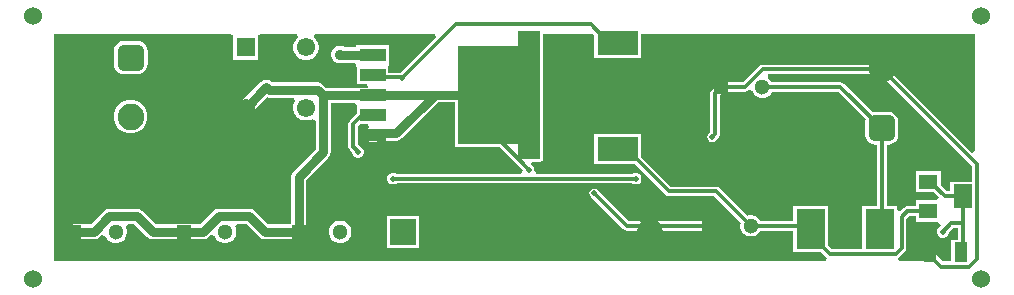
<source format=gtl>
G04*
G04 #@! TF.GenerationSoftware,Altium Limited,Altium Designer,24.5.2 (23)*
G04*
G04 Layer_Physical_Order=1*
G04 Layer_Color=255*
%FSLAX44Y44*%
%MOMM*%
G71*
G04*
G04 #@! TF.SameCoordinates,94DAE4BB-7CB6-4CAD-B1A7-A745C2884CEA*
G04*
G04*
G04 #@! TF.FilePolarity,Positive*
G04*
G01*
G75*
%ADD14C,6.2910*%
%ADD15R,2.1600X1.0700*%
%ADD16R,1.6000X1.3000*%
%ADD17R,1.6000X2.0000*%
%ADD18R,2.4130X3.4290*%
%ADD19R,1.0557X1.6582*%
%ADD20R,3.5000X2.0000*%
%ADD24R,2.2000X2.2000*%
%ADD25C,2.2000*%
%ADD26C,1.3000*%
%ADD27R,1.3000X1.3000*%
%ADD31R,1.5500X1.5500*%
%ADD32C,1.5500*%
%ADD35C,0.7500*%
%ADD36C,0.3000*%
%ADD37C,1.5240*%
G04:AMPARAMS|DCode=38|XSize=2.25mm|YSize=2.25mm|CornerRadius=0.5625mm|HoleSize=0mm|Usage=FLASHONLY|Rotation=90.000|XOffset=0mm|YOffset=0mm|HoleType=Round|Shape=RoundedRectangle|*
%AMROUNDEDRECTD38*
21,1,2.2500,1.1250,0,0,90.0*
21,1,1.1250,2.2500,0,0,90.0*
1,1,1.1250,0.5625,0.5625*
1,1,1.1250,0.5625,-0.5625*
1,1,1.1250,-0.5625,-0.5625*
1,1,1.1250,-0.5625,0.5625*
%
%ADD38ROUNDEDRECTD38*%
%ADD39C,2.2500*%
%ADD40C,0.9000*%
%ADD41C,0.5000*%
G36*
X817500Y128187D02*
X814728Y127039D01*
X741384Y200384D01*
X740060Y201268D01*
X738500Y201578D01*
X738500Y201578D01*
X637651D01*
X637651Y201578D01*
X636090Y201268D01*
X634767Y200384D01*
X634767Y200384D01*
X620962Y186579D01*
X602500D01*
X600939Y186268D01*
X599616Y185384D01*
X599616Y185384D01*
X594616Y180384D01*
X593732Y179061D01*
X593422Y177500D01*
X593422Y177500D01*
Y144731D01*
X592116Y143425D01*
X591232Y142102D01*
X590922Y140541D01*
X590922Y140541D01*
Y140000D01*
X591232Y138439D01*
X592116Y137116D01*
X593439Y136232D01*
X595000Y135922D01*
X596561Y136232D01*
X597884Y137116D01*
X598768Y138439D01*
X598793Y138567D01*
X600384Y140157D01*
X601268Y141481D01*
X601578Y143041D01*
X601578Y143041D01*
Y175811D01*
X604189Y178422D01*
X622651D01*
X622651Y178422D01*
X624212Y178732D01*
X625535Y179616D01*
X625783Y179865D01*
X629114Y179026D01*
X630298Y176974D01*
X631974Y175298D01*
X634026Y174114D01*
X636315Y173500D01*
X638685D01*
X640974Y174114D01*
X643026Y175298D01*
X644702Y176974D01*
X645538Y178422D01*
X701810D01*
X724967Y155265D01*
X724959Y155246D01*
X724680Y153125D01*
Y141875D01*
X724959Y139754D01*
X725778Y137777D01*
X727080Y136080D01*
X728777Y134778D01*
X730754Y133959D01*
X732875Y133680D01*
X734421D01*
Y82145D01*
X722145D01*
Y45433D01*
X696044D01*
X692855Y48623D01*
Y82145D01*
X663725D01*
Y69078D01*
X635538D01*
X634702Y70526D01*
X633026Y72202D01*
X630974Y73386D01*
X628685Y74000D01*
X626315D01*
X624701Y73567D01*
X601177Y97090D01*
X599854Y97975D01*
X598293Y98285D01*
X598293Y98285D01*
X559983D01*
X535000Y123268D01*
Y142500D01*
X495000D01*
Y117500D01*
X529233D01*
X555410Y91323D01*
X555410Y91323D01*
X556733Y90439D01*
X558293Y90128D01*
X558293Y90128D01*
X596604D01*
X618933Y67799D01*
X618500Y66185D01*
Y63815D01*
X619114Y61526D01*
X620298Y59474D01*
X621974Y57798D01*
X624026Y56613D01*
X626315Y56000D01*
X628685D01*
X630974Y56613D01*
X633026Y57798D01*
X634702Y59474D01*
X635538Y60921D01*
X663725D01*
Y42855D01*
X687087D01*
X691471Y38471D01*
X691471Y38471D01*
X692176Y38000D01*
X691593Y35000D01*
X37500Y35000D01*
Y227500D01*
X186560D01*
X189250Y226750D01*
X189250Y224500D01*
Y205250D01*
X210750D01*
Y224500D01*
X210750Y226750D01*
X213439Y227500D01*
X243418D01*
X244274Y224972D01*
X244297Y224500D01*
X242398Y222601D01*
X240983Y220150D01*
X240250Y217416D01*
Y214585D01*
X240983Y211851D01*
X242398Y209400D01*
X244399Y207398D01*
X246851Y205983D01*
X249585Y205250D01*
X252415D01*
X255149Y205983D01*
X257601Y207398D01*
X259602Y209400D01*
X261017Y211851D01*
X261750Y214585D01*
Y217416D01*
X261017Y220150D01*
X259602Y222601D01*
X257703Y224500D01*
X257726Y224972D01*
X258582Y227500D01*
X360313D01*
X361461Y224728D01*
X331732Y195000D01*
X331505D01*
X330850Y194729D01*
X320800D01*
Y198857D01*
X321300Y201650D01*
X321300Y203643D01*
Y218350D01*
X293700D01*
Y216808D01*
X283208D01*
X282895Y216989D01*
X280987Y217500D01*
X279013D01*
X277105Y216989D01*
X275395Y216001D01*
X273999Y214605D01*
X273011Y212895D01*
X272500Y210987D01*
Y209013D01*
X273011Y207105D01*
X273999Y205395D01*
X275395Y203999D01*
X277105Y203011D01*
X279013Y202500D01*
X280987D01*
X282895Y203011D01*
X283208Y203192D01*
X292610D01*
X293715Y201564D01*
X294200Y198857D01*
Y185150D01*
X302312D01*
X303556Y182150D01*
X303385Y181979D01*
X268140D01*
X265613Y184506D01*
X263545Y185887D01*
X261107Y186372D01*
X222639D01*
X222006Y187006D01*
X219938Y188387D01*
X217500Y188873D01*
X215061Y188387D01*
X212994Y187006D01*
X212994Y187006D01*
X195494Y169506D01*
X194112Y167439D01*
X193627Y165000D01*
X194112Y162561D01*
X195494Y160494D01*
X197561Y159113D01*
X200000Y158628D01*
X202439Y159113D01*
X204506Y160494D01*
X218031Y174019D01*
X220000Y173627D01*
X240237D01*
X240668Y173223D01*
X241836Y170627D01*
X240983Y169149D01*
X240250Y166415D01*
Y163585D01*
X240983Y160851D01*
X242398Y158399D01*
X244399Y156398D01*
X246851Y154983D01*
X249585Y154250D01*
X252415D01*
X255149Y154983D01*
X256128Y155548D01*
X259128Y153835D01*
Y129768D01*
X240494Y111134D01*
X239113Y109067D01*
X238627Y106628D01*
Y66372D01*
X218895D01*
X207512Y77756D01*
X205444Y79138D01*
X203006Y79623D01*
X177012D01*
X174573Y79138D01*
X172505Y77756D01*
X161122Y66372D01*
X123896D01*
X112512Y77756D01*
X110445Y79138D01*
X108006Y79623D01*
X84512D01*
X82073Y79138D01*
X80006Y77756D01*
X68622Y66372D01*
X55000D01*
X52561Y65887D01*
X50494Y64506D01*
X49113Y62439D01*
X48628Y60000D01*
X49113Y57561D01*
X50494Y55494D01*
X52561Y54113D01*
X55000Y53628D01*
X71262D01*
X73700Y54113D01*
X75768Y55494D01*
X77738Y57465D01*
X81085Y56568D01*
X81148Y56333D01*
X82398Y54167D01*
X84167Y52398D01*
X86333Y51147D01*
X88749Y50500D01*
X91251D01*
X93667Y51147D01*
X95833Y52398D01*
X97602Y54167D01*
X98853Y56333D01*
X99500Y58749D01*
Y61251D01*
X98853Y63667D01*
X98731Y63878D01*
X100463Y66878D01*
X105366D01*
X116750Y55494D01*
X118817Y54113D01*
X121256Y53628D01*
X163762D01*
X166200Y54113D01*
X168267Y55494D01*
X170238Y57465D01*
X173584Y56568D01*
X173647Y56333D01*
X174898Y54167D01*
X176667Y52398D01*
X178833Y51147D01*
X181249Y50500D01*
X183750D01*
X186167Y51147D01*
X188333Y52398D01*
X190102Y54167D01*
X191352Y56333D01*
X192000Y58749D01*
Y61251D01*
X191352Y63667D01*
X191231Y63878D01*
X192963Y66878D01*
X200366D01*
X211750Y55494D01*
X213817Y54113D01*
X216256Y53628D01*
X245000D01*
X247439Y54113D01*
X249506Y55494D01*
X250887Y57561D01*
X251372Y60000D01*
Y103989D01*
X270006Y122622D01*
X271387Y124690D01*
X271873Y127128D01*
X271873Y127128D01*
Y169234D01*
X292712D01*
X294200Y166850D01*
X294200Y166234D01*
Y160168D01*
X288066Y154034D01*
X287182Y152711D01*
X286871Y151150D01*
X286871Y151150D01*
Y132092D01*
X286871Y132091D01*
X287182Y130531D01*
X288066Y129208D01*
X290000Y127274D01*
Y126505D01*
X290761Y124668D01*
X292168Y123261D01*
X294005Y122500D01*
X295994D01*
X297832Y123261D01*
X299239Y124668D01*
X300000Y126505D01*
Y128495D01*
X299239Y130332D01*
X297832Y131739D01*
X296531Y132278D01*
X295028Y133781D01*
Y149461D01*
X296717Y151150D01*
X303225D01*
X304135Y148150D01*
X304069Y148106D01*
X302994Y147031D01*
X301613Y144964D01*
X301127Y142525D01*
Y142000D01*
X301613Y139562D01*
X302994Y137494D01*
X305061Y136113D01*
X307500Y135628D01*
X309939Y136113D01*
X311607Y137228D01*
X327600D01*
X330039Y137713D01*
X332106Y139094D01*
X362640Y169628D01*
X376751D01*
Y134350D01*
X376945Y133375D01*
X377498Y132548D01*
X378325Y131995D01*
X379300Y131801D01*
X414931D01*
X434654Y112078D01*
X433411Y109078D01*
X327993D01*
X327832Y109239D01*
X325994Y110000D01*
X324005D01*
X322168Y109239D01*
X320761Y107832D01*
X320000Y105995D01*
Y104005D01*
X320761Y102168D01*
X322168Y100761D01*
X324005Y100000D01*
X325994D01*
X327832Y100761D01*
X327993Y100922D01*
X527007D01*
X527168Y100761D01*
X529005Y100000D01*
X530994D01*
X532832Y100761D01*
X534239Y102168D01*
X535000Y104005D01*
Y105995D01*
X534239Y107832D01*
X532832Y109239D01*
X530994Y110000D01*
X529005D01*
X527168Y109239D01*
X527007Y109078D01*
X446133D01*
X445595Y109501D01*
X443994Y112078D01*
X444078Y112500D01*
X443768Y114061D01*
X442884Y115384D01*
X441588Y116679D01*
X442736Y119451D01*
X449200D01*
X450176Y119645D01*
X451003Y120198D01*
X451555Y121025D01*
X451749Y122000D01*
Y227500D01*
X494233D01*
X495000Y226733D01*
Y207500D01*
X535000D01*
Y227500D01*
X817500D01*
Y128187D01*
D02*
G37*
G36*
X449200Y122000D02*
X430100D01*
Y134350D01*
X379300D01*
Y217650D01*
X430100D01*
Y230000D01*
X449200D01*
Y122000D01*
D02*
G37*
G36*
X814922Y115310D02*
Y102500D01*
X796500D01*
Y94535D01*
X793500Y94267D01*
X788500Y99268D01*
Y111500D01*
X767500D01*
Y93500D01*
X782732D01*
X786732Y89500D01*
X785489Y86500D01*
X767500D01*
Y81578D01*
X760000D01*
X758439Y81268D01*
X757116Y80384D01*
X757116Y80384D01*
X754275Y77543D01*
X751275Y78785D01*
Y82145D01*
X742578D01*
Y133680D01*
X744125D01*
X746246Y133959D01*
X748222Y134778D01*
X749920Y136080D01*
X751222Y137777D01*
X752041Y139754D01*
X752320Y141875D01*
Y153125D01*
X752041Y155246D01*
X751222Y157223D01*
X749920Y158920D01*
X748222Y160222D01*
X746246Y161041D01*
X744125Y161320D01*
X732875D01*
X730754Y161041D01*
X730734Y161033D01*
X706383Y185384D01*
X705060Y186268D01*
X703500Y186579D01*
X703499Y186579D01*
X645538D01*
X644702Y188026D01*
X643026Y189702D01*
X641780Y190422D01*
X642584Y193422D01*
X736810D01*
X814922Y115310D01*
D02*
G37*
G36*
X767500Y68500D02*
X786481D01*
X788415Y65500D01*
X788108Y64628D01*
X787168Y64239D01*
X785761Y62832D01*
X785000Y60995D01*
Y59005D01*
X785761Y57168D01*
X787168Y55761D01*
X789005Y55000D01*
X790994D01*
X792832Y55761D01*
X794239Y57168D01*
X795000Y59005D01*
Y59232D01*
X798808Y63040D01*
X802922D01*
Y53291D01*
X797484D01*
Y35000D01*
X789993D01*
X783816Y41177D01*
Y42500D01*
X783505Y44061D01*
X782622Y45384D01*
X781298Y46268D01*
X779738Y46578D01*
X778177Y46268D01*
X776854Y45384D01*
X775970Y44061D01*
X775659Y42500D01*
Y39488D01*
X775659Y39488D01*
X775955Y38000D01*
X775968Y37924D01*
X774317Y35000D01*
X753194D01*
X752611Y38000D01*
X753316Y38471D01*
X758100Y43255D01*
X758100Y43255D01*
X758984Y44578D01*
X759294Y46139D01*
X759294Y46139D01*
Y71027D01*
X761689Y73422D01*
X767500D01*
Y68500D01*
D02*
G37*
%LPC*%
G36*
X108125Y221824D02*
X96875D01*
X94623Y221528D01*
X92525Y220659D01*
X90724Y219276D01*
X89341Y217475D01*
X88472Y215376D01*
X88176Y213125D01*
Y201875D01*
X88472Y199623D01*
X89341Y197525D01*
X90724Y195723D01*
X92525Y194341D01*
X94623Y193472D01*
X96875Y193176D01*
X108125D01*
X110377Y193472D01*
X112475Y194341D01*
X114276Y195723D01*
X115659Y197525D01*
X116528Y199623D01*
X116824Y201875D01*
Y213125D01*
X116528Y215376D01*
X115659Y217475D01*
X114276Y219276D01*
X112475Y220659D01*
X110377Y221528D01*
X108125Y221824D01*
D02*
G37*
G36*
X104376Y171750D02*
X100624D01*
X97000Y170779D01*
X93750Y168903D01*
X91097Y166250D01*
X89221Y163000D01*
X88250Y159376D01*
Y155624D01*
X89221Y152000D01*
X91097Y148750D01*
X93750Y146097D01*
X97000Y144221D01*
X100624Y143250D01*
X104376D01*
X108000Y144221D01*
X111250Y146097D01*
X113903Y148750D01*
X115779Y152000D01*
X116750Y155624D01*
Y159376D01*
X115779Y163000D01*
X113903Y166250D01*
X111250Y168903D01*
X108000Y170779D01*
X104376Y171750D01*
D02*
G37*
G36*
X495000Y96578D02*
X493439Y96268D01*
X492116Y95384D01*
X491232Y94061D01*
X490922Y92500D01*
X491232Y90939D01*
X492116Y89616D01*
X519616Y62116D01*
X519616Y62116D01*
X520939Y61232D01*
X522500Y60921D01*
X522500Y60921D01*
X530369D01*
X530539Y60752D01*
X530539Y60752D01*
X531862Y59868D01*
X533423Y59557D01*
X533423Y59557D01*
X546136D01*
X546136Y59557D01*
X547697Y59868D01*
X549020Y60752D01*
X549189Y60921D01*
X592500D01*
X594061Y61232D01*
X595384Y62116D01*
X596268Y63439D01*
X596578Y65000D01*
X596268Y66561D01*
X595384Y67884D01*
X594061Y68768D01*
X592500Y69078D01*
X547500D01*
X547500Y69078D01*
X545939Y68768D01*
X544616Y67884D01*
X544616Y67884D01*
X544447Y67714D01*
X535112D01*
X534943Y67884D01*
X533619Y68768D01*
X532059Y69078D01*
X532059Y69078D01*
X524189D01*
X497884Y95384D01*
X496561Y96268D01*
X495000Y96578D01*
D02*
G37*
G36*
X281251Y69500D02*
X278750D01*
X276333Y68853D01*
X274167Y67602D01*
X272398Y65833D01*
X271148Y63667D01*
X270500Y61251D01*
Y58749D01*
X271148Y56333D01*
X272398Y54167D01*
X274167Y52398D01*
X276333Y51147D01*
X278750Y50500D01*
X281251D01*
X283667Y51147D01*
X285833Y52398D01*
X287602Y54167D01*
X288853Y56333D01*
X289500Y58749D01*
Y61251D01*
X288853Y63667D01*
X287602Y65833D01*
X285833Y67602D01*
X283667Y68853D01*
X281251Y69500D01*
D02*
G37*
G36*
X346300Y73500D02*
X319300D01*
Y46500D01*
X346300D01*
Y73500D01*
D02*
G37*
%LPD*%
D14*
X414250Y176000D02*
D03*
D15*
X307500Y210000D02*
D03*
Y193000D02*
D03*
Y176000D02*
D03*
Y159000D02*
D03*
Y142000D02*
D03*
D16*
X778000Y102500D02*
D03*
Y77500D02*
D03*
D17*
X807000Y90000D02*
D03*
D18*
X736710Y62500D02*
D03*
X678290D02*
D03*
D19*
X805263Y42500D02*
D03*
X779738D02*
D03*
D20*
X515000Y130000D02*
D03*
Y220000D02*
D03*
D24*
X332800Y60000D02*
D03*
D25*
X542200D02*
D03*
D26*
X627500Y65000D02*
D03*
X90000Y60000D02*
D03*
X637500Y182500D02*
D03*
X182500Y60000D02*
D03*
X280000Y60000D02*
D03*
D27*
X592500Y65000D02*
D03*
X55000Y60000D02*
D03*
X602500Y182500D02*
D03*
X147500Y60000D02*
D03*
X245000Y60000D02*
D03*
D31*
X200000Y216000D02*
D03*
D32*
X251000D02*
D03*
X200000Y165000D02*
D03*
X251000D02*
D03*
D35*
X280000Y210000D02*
X280000Y210000D01*
X307500D01*
X265500Y175607D02*
X307106D01*
X307500Y176000D01*
X220000Y180000D02*
X261107D01*
X217500Y182500D02*
X220000Y180000D01*
X265500Y127128D02*
Y175607D01*
X261107Y180000D02*
X265500Y175607D01*
X203006Y73250D02*
X216256Y60000D01*
X177012Y73250D02*
X203006D01*
X163762Y60000D02*
X177012Y73250D01*
X216256Y60000D02*
X245000D01*
X147500Y60000D02*
X163762D01*
X245000Y106628D02*
X265500Y127128D01*
X245000Y60000D02*
Y106628D01*
X360000Y176000D02*
X412500D01*
X307500D02*
X360000D01*
X308575Y143600D02*
X327600D01*
X307500Y142525D02*
X308575Y143600D01*
X327600D02*
X360000Y176000D01*
X307500Y142000D02*
Y142525D01*
X412500Y176000D02*
X414250D01*
X55000Y60000D02*
X71262D01*
X121256D02*
X147500D01*
X108006Y73250D02*
X121256Y60000D01*
X84512Y73250D02*
X108006D01*
X71262Y60000D02*
X84512Y73250D01*
X200000Y165000D02*
X217500Y182500D01*
D36*
X305750Y143500D02*
X307500D01*
X412500Y176000D02*
Y177500D01*
Y140000D02*
Y176000D01*
X290950Y151150D02*
X300300Y160500D01*
X290950Y132091D02*
Y151150D01*
X300300Y160500D02*
X305750D01*
X792000Y90000D02*
X807000D01*
X778000Y102500D02*
X779500D01*
X792000Y90000D01*
X736710Y62500D02*
X738500Y64290D01*
Y147500D01*
X755216Y46139D02*
Y72716D01*
X750432Y41355D02*
X755216Y46139D01*
Y72716D02*
X760000Y77500D01*
X694355Y41355D02*
X750432D01*
X678290Y57420D02*
Y62500D01*
Y57420D02*
X694355Y41355D01*
X637500Y182500D02*
X703500D01*
X738500Y147500D01*
X779738Y39488D02*
X789016Y30209D01*
X779738Y39488D02*
Y42500D01*
X789016Y30209D02*
X812198D01*
X819000Y37011D01*
Y117000D01*
X738500Y197500D02*
X819000Y117000D01*
X533423Y63636D02*
X546136D01*
X522500Y65000D02*
X532059D01*
X495000Y92500D02*
X522500Y65000D01*
X546136Y63636D02*
X547500Y65000D01*
X532059D02*
X533423Y63636D01*
X547500Y65000D02*
X592500D01*
X412500Y140000D02*
X440000Y112500D01*
X637651Y197500D02*
X738500D01*
X602500Y182500D02*
X622651D01*
X637651Y197500D01*
X597500Y143041D02*
Y177500D01*
X602500Y182500D01*
X595000Y140541D02*
X597500Y143041D01*
X595000Y140000D02*
Y140541D01*
X325000Y105000D02*
X530000D01*
X558293Y94206D02*
X598293D01*
X522500Y130000D02*
X558293Y94206D01*
X598293D02*
X627500Y65000D01*
X515000Y130000D02*
X522500D01*
X760000Y77500D02*
X778000D01*
X807000Y67119D02*
Y90000D01*
Y44237D02*
Y67119D01*
X790000Y60000D02*
X797119Y67119D01*
X807000D01*
X290950Y132091D02*
X295000Y128041D01*
Y127500D02*
Y128041D01*
X805263Y42500D02*
X807000Y44237D01*
X778000Y77500D02*
X778000Y77500D01*
X627500Y65000D02*
X675790D01*
X678290Y62500D01*
X332500Y190000D02*
X378000Y235500D01*
X492000D01*
X507500Y220000D01*
X515000D01*
X309600Y190650D02*
X331309D01*
X305750Y194500D02*
X309600Y190650D01*
X331309D02*
X331959Y190000D01*
X332500D01*
D37*
X822500Y242500D02*
D03*
Y20000D02*
D03*
X20000D02*
D03*
Y242500D02*
D03*
D38*
X738500Y147500D02*
D03*
X102500Y207500D02*
D03*
D39*
X738500Y197500D02*
D03*
X102500Y157500D02*
D03*
D40*
X280000Y210000D02*
D03*
D41*
X495000Y92500D02*
D03*
X440000Y112500D02*
D03*
X595000Y140000D02*
D03*
X530000Y105000D02*
D03*
X790000Y60000D02*
D03*
X325000Y105000D02*
D03*
X295000Y127500D02*
D03*
X332500Y190000D02*
D03*
M02*

</source>
